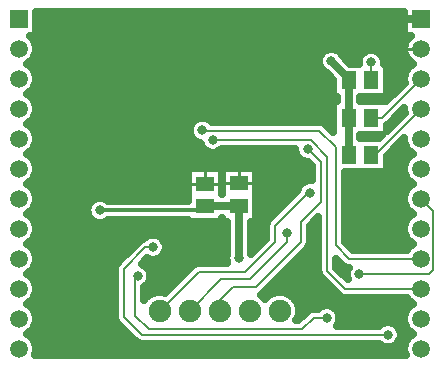
<source format=gbr>
G04 DipTrace 3.1.0.1*
G04 Bottom.gbr*
%MOIN*%
G04 #@! TF.FileFunction,Copper,L2,Bot*
G04 #@! TF.Part,Single*
G04 #@! TA.AperFunction,CopperBalancing*
%ADD10C,0.01*%
%ADD14C,0.025*%
G04 #@! TA.AperFunction,Conductor*
%ADD18C,0.012*%
%ADD19C,0.007*%
%ADD20R,0.059055X0.051181*%
%ADD21R,0.051181X0.059055*%
G04 #@! TA.AperFunction,ComponentPad*
%ADD22R,0.059055X0.059055*%
%ADD23C,0.059055*%
%ADD25C,0.074803*%
G04 #@! TA.AperFunction,ViaPad*
%ADD31C,0.031496*%
%FSLAX26Y26*%
G04*
G70*
G90*
G75*
G01*
G04 Bottom*
%LPD*%
X1071260Y930315D2*
D14*
X1185040D1*
X1185433Y930709D1*
Y756299D1*
X1550788Y1100788D2*
Y1223229D1*
X1550394Y1223622D1*
Y1348425D1*
X1551181Y1349213D1*
Y1355118D1*
X1493307Y1412992D1*
X722047Y915748D2*
D18*
X1056693D1*
X1071260Y930315D1*
X1097638Y1150000D2*
D19*
X1425591D1*
X1480315Y1095276D1*
Y712599D1*
X1538977Y653937D1*
X1791732D1*
X1792126Y654331D1*
Y754331D2*
X1551969D1*
X1507481Y798819D1*
Y1125984D1*
X1452756Y1180709D1*
X1064567D1*
X1062992Y1182284D1*
X1010236Y1458268D2*
D14*
X1632677D1*
X1729528Y1555118D1*
X1791339D1*
X1792126Y1554331D1*
X656693Y592126D2*
Y1104725D1*
X1010236Y1458268D1*
X1625197Y1223622D2*
D19*
X1661418D1*
X1792126Y1354331D1*
X1625591Y1100788D2*
X1638583D1*
X1792126Y1254331D1*
X1625984Y1349213D2*
Y1409055D1*
X1121260Y580315D2*
Y616929D1*
X1164567Y660236D1*
X1241732D1*
X1390551Y809055D1*
Y877559D1*
X1457481Y944488D1*
Y1075984D1*
X1414173Y1119292D1*
X1420866Y974016D2*
X1415355D1*
X1305906Y864567D1*
Y809055D1*
X1206693Y709843D1*
X1050788D1*
X921260Y580315D1*
X1345670Y839370D2*
Y809843D1*
X1221654Y685827D1*
X1126772D1*
X1021260Y580315D1*
X1587008Y702756D2*
X1817717D1*
X1831496Y716536D1*
Y914961D1*
X1792126Y954331D1*
X1478347Y557874D2*
X1433858D1*
X1394882Y518898D1*
X886221D1*
X840158Y564961D1*
Y704331D1*
X847638Y696851D1*
X1682677Y501575D2*
X861811D1*
X801969Y561418D1*
Y720866D1*
X873622Y792520D1*
X899213D1*
D31*
X1185433Y756299D3*
X1493307Y1412992D3*
X722047Y915748D3*
X1097638Y1150000D3*
X1062992Y1182284D3*
X1010236Y1458268D3*
X656693Y592126D3*
X1010236Y1458268D3*
X1625984Y1409055D3*
X1414173Y1119292D3*
X1420866Y974016D3*
X1345670Y839370D3*
X1587008Y702756D3*
X1478347Y557874D3*
X847638Y696851D3*
X1682677Y501575D3*
X899213Y792520D3*
X512070Y1550805D2*
D14*
X1733583D1*
X512070Y1525936D2*
X1733583D1*
X512070Y1501067D2*
X1733583D1*
X507626Y1476198D2*
X1738075D1*
X511971Y1451330D2*
X1473084D1*
X1513534D2*
X1733680D1*
X504647Y1426461D2*
X1450771D1*
X1537460D2*
X1584999D1*
X1666952D2*
X1741054D1*
X486142Y1401592D2*
X1450135D1*
X1680575D2*
X1759559D1*
X507382Y1376723D2*
X1469179D1*
X1680575D2*
X1738271D1*
X512020Y1351855D2*
X1496620D1*
X1680575D2*
X1733680D1*
X504940Y1326986D2*
X1496620D1*
X1680575D2*
X1719862D1*
X485263Y1302117D2*
X1496620D1*
X1680575D2*
X1695008D1*
X507138Y1277248D2*
X1495790D1*
X512020Y1252379D2*
X1495790D1*
X505234Y1227511D2*
X1495790D1*
X1710214D2*
X1720374D1*
X484383Y1202642D2*
X1023475D1*
X1475692D2*
X1495790D1*
X1685311D2*
X1695507D1*
X506942Y1177773D2*
X1018495D1*
X512070Y1152904D2*
X1030164D1*
X505526Y1128036D2*
X1059071D1*
X1710751D2*
X1740175D1*
X483504Y1103167D2*
X1372646D1*
X1685848D2*
X1762196D1*
X506698Y1078298D2*
X1401503D1*
X1680184D2*
X1739003D1*
X512070Y1053429D2*
X1012734D1*
X1243954D2*
X1424990D1*
X1680184D2*
X1733631D1*
X505771Y1028561D2*
X1012734D1*
X1243954D2*
X1424990D1*
X1539950D2*
X1739882D1*
X482528Y1003692D2*
X1012734D1*
X1243954D2*
X1388319D1*
X1539950D2*
X1763124D1*
X506406Y978823D2*
X1012734D1*
X1243954D2*
X1375282D1*
X1539950D2*
X1739247D1*
X512070Y953954D2*
X701551D1*
X742538D2*
X1012734D1*
X1243954D2*
X1350379D1*
X1539950D2*
X1733631D1*
X506063Y929086D2*
X679482D1*
X1243954D2*
X1325526D1*
X1539950D2*
X1739638D1*
X481551Y904217D2*
X678895D1*
X1243954D2*
X1300672D1*
X1539950D2*
X1764150D1*
X506160Y879348D2*
X698134D1*
X745956D2*
X1012734D1*
X1243954D2*
X1277332D1*
X1437215D2*
X1447806D1*
X1539950D2*
X1739491D1*
X512070Y854479D2*
X1143935D1*
X1226912D2*
X1273427D1*
X1423007D2*
X1447840D1*
X1539950D2*
X1733583D1*
X506307Y829610D2*
X876503D1*
X921932D2*
X1143935D1*
X1226912D2*
X1273427D1*
X1423007D2*
X1447840D1*
X1539950D2*
X1739344D1*
X482088Y804742D2*
X840956D1*
X942147D2*
X1143935D1*
X1226912D2*
X1256679D1*
X1422714D2*
X1447840D1*
X1546444D2*
X1763563D1*
X505916Y779873D2*
X816103D1*
X942000D2*
X1143935D1*
X1406259D2*
X1447840D1*
X512070Y755004D2*
X791200D1*
X921103D2*
X1140711D1*
X1381406D2*
X1447840D1*
X506551Y730135D2*
X770936D1*
X876131D2*
X1026160D1*
X1356551D2*
X1447840D1*
X1512802D2*
X1531776D1*
X483066Y705267D2*
X769471D1*
X891512D2*
X1001307D1*
X1331650D2*
X1448768D1*
X1532528D2*
X1542323D1*
X505624Y680398D2*
X769471D1*
X889023D2*
X976454D1*
X1306795D2*
X1467616D1*
X512070Y655529D2*
X769471D1*
X872616D2*
X951600D1*
X1281942D2*
X1492470D1*
X506795Y630660D2*
X769471D1*
X1263095D2*
X1279406D1*
X1363095D2*
X1517567D1*
X483992Y605792D2*
X769471D1*
X1382332D2*
X1761659D1*
X505331Y580923D2*
X769471D1*
X1387655D2*
X1412196D1*
X1516268D2*
X1740322D1*
X512020Y556054D2*
X769960D1*
X1523055D2*
X1733631D1*
X507040Y531185D2*
X787294D1*
X1715292D2*
X1738612D1*
X484920Y506316D2*
X812196D1*
X1727158D2*
X1760780D1*
X505087Y481448D2*
X837050D1*
X1722323D2*
X1740597D1*
X512020Y456579D2*
X1733631D1*
X1127232Y982398D2*
X1127280Y969301D1*
X1129414Y970929D1*
Y1057595D1*
X1241453D1*
Y878626D1*
X1224412D1*
X1224458Y772463D1*
X1225117Y770677D1*
X1275914Y821555D1*
X1276005Y866920D1*
X1277382Y873835D1*
X1280334Y880238D1*
X1284698Y885774D1*
X1284948Y886005D1*
X1379059Y980137D1*
X1380693Y987068D1*
X1383230Y993193D1*
X1386693Y998844D1*
X1390998Y1003885D1*
X1396038Y1008189D1*
X1401689Y1011652D1*
X1407814Y1014189D1*
X1414259Y1015736D1*
X1420866Y1016256D1*
X1427512Y1015729D1*
X1427435Y1063616D1*
X1414003Y1077046D1*
X1407566Y1077571D1*
X1401121Y1079118D1*
X1394996Y1081655D1*
X1389345Y1085118D1*
X1384305Y1089423D1*
X1380000Y1094463D1*
X1376537Y1100114D1*
X1374000Y1106239D1*
X1372453Y1112684D1*
X1371962Y1120029D1*
X1127398Y1120008D1*
X1122466Y1115827D1*
X1116815Y1112364D1*
X1110691Y1109827D1*
X1104246Y1108280D1*
X1097638Y1107760D1*
X1091030Y1108280D1*
X1084586Y1109827D1*
X1078461Y1112364D1*
X1072810Y1115827D1*
X1067769Y1120131D1*
X1063465Y1125172D1*
X1060002Y1130823D1*
X1057465Y1136948D1*
X1056385Y1140563D1*
X1049940Y1142110D1*
X1043815Y1144647D1*
X1038164Y1148110D1*
X1033124Y1152415D1*
X1028819Y1157456D1*
X1025356Y1163107D1*
X1022819Y1169231D1*
X1021272Y1175676D1*
X1020752Y1182284D1*
X1021272Y1188891D1*
X1022819Y1195336D1*
X1025356Y1201461D1*
X1028819Y1207112D1*
X1033124Y1212152D1*
X1038164Y1216457D1*
X1043815Y1219920D1*
X1049940Y1222457D1*
X1056385Y1224004D1*
X1062992Y1224524D1*
X1069600Y1224004D1*
X1076045Y1222457D1*
X1082170Y1219920D1*
X1087820Y1216457D1*
X1094206Y1210696D1*
X1455109Y1210609D1*
X1462024Y1209234D1*
X1468427Y1206281D1*
X1473963Y1201916D1*
X1474194Y1201667D1*
X1498305Y1177575D1*
X1498311Y1279642D1*
X1511446D1*
X1511402Y1293202D1*
X1499099Y1293193D1*
Y1352030D1*
X1477143Y1373967D1*
X1471236Y1376977D1*
X1465874Y1380873D1*
X1461188Y1385559D1*
X1457292Y1390921D1*
X1454282Y1396828D1*
X1452234Y1403131D1*
X1451197Y1409679D1*
Y1416306D1*
X1452234Y1422853D1*
X1454282Y1429156D1*
X1457292Y1435063D1*
X1461188Y1440425D1*
X1465874Y1445112D1*
X1471236Y1449008D1*
X1477143Y1452017D1*
X1483446Y1454066D1*
X1489994Y1455103D1*
X1496621D1*
X1503168Y1454066D1*
X1509471Y1452017D1*
X1515378Y1449008D1*
X1520740Y1445112D1*
X1525427Y1440425D1*
X1529323Y1435063D1*
X1532373Y1429047D1*
X1556200Y1405243D1*
X1583914Y1405232D1*
X1583874Y1412369D1*
X1584911Y1418916D1*
X1586960Y1425219D1*
X1589969Y1431126D1*
X1593865Y1436488D1*
X1598551Y1441175D1*
X1603914Y1445071D1*
X1609820Y1448080D1*
X1616124Y1450129D1*
X1622671Y1451166D1*
X1629298D1*
X1635845Y1450129D1*
X1642149Y1448080D1*
X1648055Y1445071D1*
X1653418Y1441175D1*
X1658104Y1436488D1*
X1662000Y1431126D1*
X1665009Y1425219D1*
X1667058Y1418916D1*
X1668095Y1412369D1*
X1668036Y1405239D1*
X1678067Y1405232D1*
Y1293193D1*
X1589348D1*
X1589386Y1279626D1*
X1675051Y1279642D1*
X1737471Y1342092D1*
X1736280Y1349936D1*
Y1358726D1*
X1737654Y1367408D1*
X1740370Y1375769D1*
X1744361Y1383601D1*
X1749529Y1390713D1*
X1755744Y1396928D1*
X1762856Y1402096D1*
X1766865Y1404324D1*
X1759763Y1408605D1*
X1753949Y1413335D1*
X1748818Y1418798D1*
X1744462Y1424897D1*
X1740960Y1431523D1*
X1738373Y1438557D1*
X1736748Y1445873D1*
X1736116Y1453340D1*
X1736484Y1460826D1*
X1737849Y1468194D1*
X1740185Y1475315D1*
X1743452Y1482061D1*
X1747588Y1488310D1*
X1752523Y1493950D1*
X1757456Y1498316D1*
X1736107Y1498311D1*
Y1575684D1*
X509599Y1575673D1*
X509563Y1498311D1*
X488226D1*
X493155Y1493942D1*
X498865Y1487259D1*
X503457Y1479763D1*
X506822Y1471642D1*
X508873Y1463095D1*
X509563Y1454331D1*
X508873Y1445567D1*
X506822Y1437020D1*
X503457Y1428899D1*
X498865Y1421403D1*
X493155Y1414719D1*
X486471Y1409009D1*
X478805Y1404337D1*
X486471Y1399652D1*
X493155Y1393942D1*
X498865Y1387259D1*
X503457Y1379763D1*
X506822Y1371642D1*
X508873Y1363095D1*
X509563Y1354331D1*
X508873Y1345567D1*
X506822Y1337020D1*
X503457Y1328899D1*
X498865Y1321403D1*
X493155Y1314719D1*
X486471Y1309009D1*
X478805Y1304337D1*
X486471Y1299652D1*
X493155Y1293942D1*
X498865Y1287259D1*
X503457Y1279763D1*
X506822Y1271642D1*
X508873Y1263095D1*
X509563Y1254331D1*
X508873Y1245567D1*
X506822Y1237020D1*
X503457Y1228899D1*
X498865Y1221403D1*
X493155Y1214719D1*
X486471Y1209009D1*
X478805Y1204337D1*
X486471Y1199652D1*
X493155Y1193942D1*
X498865Y1187259D1*
X503457Y1179763D1*
X506822Y1171642D1*
X508873Y1163095D1*
X509563Y1154331D1*
X508873Y1145567D1*
X506822Y1137020D1*
X503457Y1128899D1*
X498865Y1121403D1*
X493155Y1114719D1*
X486471Y1109009D1*
X478805Y1104337D1*
X486471Y1099652D1*
X493155Y1093942D1*
X498865Y1087259D1*
X503457Y1079763D1*
X506822Y1071642D1*
X508873Y1063095D1*
X509563Y1054331D1*
X508873Y1045567D1*
X506822Y1037020D1*
X503457Y1028899D1*
X498865Y1021403D1*
X493155Y1014719D1*
X486471Y1009009D1*
X478805Y1004337D1*
X486471Y999652D1*
X493155Y993942D1*
X498865Y987259D1*
X503457Y979763D1*
X506822Y971642D1*
X508873Y963095D1*
X509563Y954331D1*
X508873Y945567D1*
X506822Y937020D1*
X503457Y928899D1*
X498865Y921403D1*
X493155Y914719D1*
X486471Y909009D1*
X478805Y904337D1*
X486471Y899652D1*
X493155Y893942D1*
X498865Y887259D1*
X503457Y879763D1*
X506822Y871642D1*
X508873Y863095D1*
X509563Y854331D1*
X508873Y845567D1*
X506822Y837020D1*
X503457Y828899D1*
X498865Y821403D1*
X493155Y814719D1*
X486471Y809009D1*
X478805Y804337D1*
X486471Y799652D1*
X493155Y793942D1*
X498865Y787259D1*
X503457Y779763D1*
X506822Y771642D1*
X508873Y763095D1*
X509563Y754331D1*
X508873Y745567D1*
X506822Y737020D1*
X503457Y728899D1*
X498865Y721403D1*
X493155Y714719D1*
X486471Y709009D1*
X478805Y704337D1*
X486471Y699652D1*
X493155Y693942D1*
X498865Y687259D1*
X503457Y679763D1*
X506822Y671642D1*
X508873Y663095D1*
X509563Y654331D1*
X508873Y645567D1*
X506822Y637020D1*
X503457Y628899D1*
X498865Y621403D1*
X493155Y614719D1*
X486471Y609009D1*
X478805Y604337D1*
X486471Y599652D1*
X493155Y593942D1*
X498865Y587259D1*
X503457Y579763D1*
X506822Y571642D1*
X508873Y563095D1*
X509563Y554331D1*
X508873Y545567D1*
X506822Y537020D1*
X503457Y528899D1*
X498865Y521403D1*
X493155Y514719D1*
X486471Y509009D1*
X478805Y504337D1*
X486471Y499652D1*
X493155Y493942D1*
X498865Y487259D1*
X503457Y479763D1*
X506822Y471642D1*
X508873Y463095D1*
X509563Y454331D1*
X508873Y445567D1*
X506822Y437020D1*
X504975Y432191D1*
X1740649Y432201D1*
X1737654Y441253D1*
X1736280Y449936D1*
Y458726D1*
X1737654Y467408D1*
X1740370Y475769D1*
X1744361Y483601D1*
X1749529Y490713D1*
X1755744Y496928D1*
X1762856Y502096D1*
X1766694Y504418D1*
X1759198Y509009D1*
X1752515Y514719D1*
X1746805Y521403D1*
X1742213Y528899D1*
X1738848Y537020D1*
X1736797Y545567D1*
X1736107Y554331D1*
X1736797Y563095D1*
X1738848Y571642D1*
X1742213Y579763D1*
X1746805Y587259D1*
X1752515Y593942D1*
X1759198Y599652D1*
X1766865Y604324D1*
X1759198Y609009D1*
X1752515Y614719D1*
X1746805Y621403D1*
X1745096Y623961D1*
X1536624Y624037D1*
X1529709Y625414D1*
X1523306Y628365D1*
X1517769Y632730D1*
X1517538Y632979D1*
X1457509Y693120D1*
X1453592Y698982D1*
X1451151Y705597D1*
X1450323Y712599D1*
X1450336Y712939D1*
X1450323Y894971D1*
X1420544Y865059D1*
X1420452Y806702D1*
X1419075Y799788D1*
X1416124Y793385D1*
X1411759Y787848D1*
X1411509Y787617D1*
X1261210Y637431D1*
X1257058Y634470D1*
X1257807Y632723D1*
X1265530Y626386D1*
X1271256Y620080D1*
X1276080Y625495D1*
X1283704Y632007D1*
X1292253Y637244D1*
X1301516Y641082D1*
X1311265Y643423D1*
X1321260Y644209D1*
X1331255Y643423D1*
X1341004Y641082D1*
X1350267Y637244D1*
X1358816Y632007D1*
X1366440Y625495D1*
X1372952Y617872D1*
X1378189Y609322D1*
X1382026Y600059D1*
X1384368Y590310D1*
X1385154Y580315D1*
X1384368Y570320D1*
X1382026Y560571D1*
X1378189Y551309D1*
X1376820Y548862D1*
X1382513Y548944D1*
X1414381Y580680D1*
X1420242Y584597D1*
X1426857Y587038D1*
X1433858Y587866D1*
X1434198Y587853D1*
X1448555Y587866D1*
X1453519Y592047D1*
X1459170Y595511D1*
X1465294Y598047D1*
X1471739Y599595D1*
X1478347Y600114D1*
X1484954Y599595D1*
X1491399Y598047D1*
X1497524Y595511D1*
X1503175Y592047D1*
X1508215Y587743D1*
X1512520Y582702D1*
X1515983Y577051D1*
X1518520Y570927D1*
X1520067Y564482D1*
X1520587Y557874D1*
X1520067Y551267D1*
X1518520Y544822D1*
X1515983Y538697D1*
X1511340Y531550D1*
X1652974Y531567D1*
X1657849Y535748D1*
X1663500Y539211D1*
X1669625Y541748D1*
X1676070Y543295D1*
X1682677Y543815D1*
X1689285Y543295D1*
X1695730Y541748D1*
X1701855Y539211D1*
X1707505Y535748D1*
X1712546Y531444D1*
X1716851Y526403D1*
X1720314Y520752D1*
X1722851Y514628D1*
X1724398Y508183D1*
X1724918Y501575D1*
X1724398Y494967D1*
X1722851Y488523D1*
X1720314Y482398D1*
X1716851Y476747D1*
X1712546Y471706D1*
X1707505Y467402D1*
X1701855Y463939D1*
X1695730Y461402D1*
X1689285Y459855D1*
X1682677Y459335D1*
X1676070Y459855D1*
X1669625Y461402D1*
X1663500Y463939D1*
X1657849Y467402D1*
X1652933Y471592D1*
X859458Y471675D1*
X852544Y473051D1*
X846141Y476003D1*
X840604Y480368D1*
X840373Y480617D1*
X779163Y541939D1*
X775246Y547801D1*
X772805Y554416D1*
X771977Y561418D1*
X771990Y561757D1*
X772068Y723219D1*
X773445Y730134D1*
X776397Y736537D1*
X780761Y742074D1*
X781011Y742305D1*
X854143Y815326D1*
X860005Y819243D1*
X866621Y821684D1*
X869344Y822389D1*
X874385Y826693D1*
X880036Y830156D1*
X886160Y832693D1*
X892605Y834240D1*
X899213Y834760D1*
X905820Y834240D1*
X912265Y832693D1*
X918390Y830156D1*
X924041Y826693D1*
X929082Y822389D1*
X933386Y817348D1*
X936849Y811697D1*
X939386Y805572D1*
X940933Y799128D1*
X941453Y792520D1*
X940933Y785912D1*
X939386Y779467D1*
X936849Y773343D1*
X933386Y767692D1*
X929082Y762651D1*
X924041Y758347D1*
X918390Y754883D1*
X912265Y752347D1*
X905820Y750799D1*
X899213Y750280D1*
X892605Y750799D1*
X886160Y752347D1*
X878984Y755473D1*
X860691Y737024D1*
X866815Y734487D1*
X872466Y731024D1*
X877507Y726719D1*
X881811Y721679D1*
X885274Y716028D1*
X887811Y709903D1*
X889358Y703458D1*
X889878Y696851D1*
X889358Y690243D1*
X887811Y683798D1*
X885274Y677673D1*
X881811Y672023D1*
X877507Y666982D1*
X872466Y662677D1*
X870129Y661116D1*
X870150Y618638D1*
X876080Y625495D1*
X883704Y632007D1*
X892253Y637244D1*
X901516Y641082D1*
X911265Y643423D1*
X921260Y644209D1*
X931255Y643423D1*
X939929Y641385D1*
X1031309Y732649D1*
X1037171Y736566D1*
X1043786Y739007D1*
X1050788Y739835D1*
X1051128Y739822D1*
X1146540Y739835D1*
X1144360Y746439D1*
X1143323Y752986D1*
Y759613D1*
X1144360Y766160D1*
X1146457Y772570D1*
X1146441Y878614D1*
X1129414Y878626D1*
Y891370D1*
X1127280Y882398D1*
Y878232D1*
X1015240D1*
Y883261D1*
X749026Y883256D1*
X744118Y879732D1*
X738211Y876723D1*
X731908Y874675D1*
X725361Y873638D1*
X718734D1*
X712187Y874675D1*
X705883Y876723D1*
X699977Y879732D1*
X694614Y883629D1*
X689928Y888315D1*
X686032Y893677D1*
X683023Y899584D1*
X680974Y905887D1*
X679937Y912435D1*
Y919062D1*
X680974Y925609D1*
X683023Y931912D1*
X686032Y937819D1*
X689928Y943181D1*
X694614Y947868D1*
X699977Y951764D1*
X705883Y954773D1*
X712187Y956822D1*
X718734Y957858D1*
X725361D1*
X731908Y956822D1*
X738211Y954773D1*
X744118Y951764D1*
X749023Y948229D1*
X1015260Y948240D1*
X1015240Y1057201D1*
X1127280D1*
Y969701D1*
X1737490Y1242079D2*
X1736280Y1249936D1*
X1736171Y1255962D1*
X1680897Y1200816D1*
X1678718Y1199138D1*
X1677280Y1192142D1*
Y1181839D1*
X1737494Y1242114D1*
X1766865Y1104337D2*
X1759198Y1109009D1*
X1752515Y1114719D1*
X1746805Y1121403D1*
X1742213Y1128899D1*
X1738848Y1137020D1*
X1736797Y1145567D1*
X1736107Y1154331D1*
X1736171Y1155962D1*
X1677679Y1097467D1*
X1677673Y1044768D1*
X1537490D1*
X1537526Y811188D1*
X1564469Y784323D1*
X1744792D1*
X1749529Y790713D1*
X1755744Y796928D1*
X1762856Y802096D1*
X1766694Y804418D1*
X1759198Y809009D1*
X1752515Y814719D1*
X1746805Y821403D1*
X1742213Y828899D1*
X1738848Y837020D1*
X1736797Y845567D1*
X1736107Y854331D1*
X1736797Y863095D1*
X1738848Y871642D1*
X1742213Y879763D1*
X1746805Y887259D1*
X1752515Y893942D1*
X1759198Y899652D1*
X1766865Y904324D1*
X1759198Y909009D1*
X1752515Y914719D1*
X1746805Y921403D1*
X1742213Y928899D1*
X1738848Y937020D1*
X1736797Y945567D1*
X1736107Y954331D1*
X1736797Y963095D1*
X1738848Y971642D1*
X1742213Y979763D1*
X1746805Y987259D1*
X1752515Y993942D1*
X1759198Y999652D1*
X1766865Y1004324D1*
X1759198Y1009009D1*
X1752515Y1014719D1*
X1746805Y1021403D1*
X1742213Y1028899D1*
X1738848Y1037020D1*
X1736797Y1045567D1*
X1736107Y1054331D1*
X1736797Y1063095D1*
X1738848Y1071642D1*
X1742213Y1079763D1*
X1746805Y1087259D1*
X1752515Y1093942D1*
X1759198Y1099652D1*
X1766865Y1104324D1*
X1602477Y1167650D2*
X1589731Y1167603D1*
X1589780Y1156773D1*
X1652171Y1156807D1*
X1662984Y1167605D1*
X1589780Y1167603D1*
X1510307Y753625D2*
X1510361Y724967D1*
X1547478Y687852D1*
X1545288Y696149D1*
X1544768Y702756D1*
X1545288Y709364D1*
X1546835Y715809D1*
X1549372Y721933D1*
X1550746Y724386D1*
X1544967Y725167D1*
X1538352Y727608D1*
X1532490Y731525D1*
X1510286Y753597D1*
X1071260Y1057152D2*
D10*
Y1005118D1*
X1015289D2*
X1127231D1*
X1185433Y1057546D2*
Y1005512D1*
X1129462D2*
X1241404D1*
X1736155Y1554331D2*
X1792126D1*
X1736155Y1454331D2*
X1792126D1*
D20*
X1071260Y930315D3*
Y1005118D3*
X1185433Y930709D3*
Y1005512D3*
D22*
X453544Y1554331D3*
D23*
Y1454331D3*
Y1354331D3*
Y1254331D3*
Y1154331D3*
Y1054331D3*
Y954331D3*
Y854331D3*
Y754331D3*
Y654331D3*
Y554331D3*
Y454331D3*
D22*
X1792126Y1554331D3*
D23*
Y1454331D3*
Y1354331D3*
Y1254331D3*
Y1154331D3*
Y1054331D3*
Y954331D3*
Y854331D3*
Y754331D3*
Y654331D3*
Y554331D3*
Y454331D3*
D25*
X1321260Y580315D3*
X1221260D3*
X1121260D3*
X1021260D3*
X921260D3*
D21*
X1625984Y1349213D3*
X1551181D3*
X1550394Y1223622D3*
X1625197D3*
X1550788Y1100788D3*
X1625591D3*
M02*

</source>
